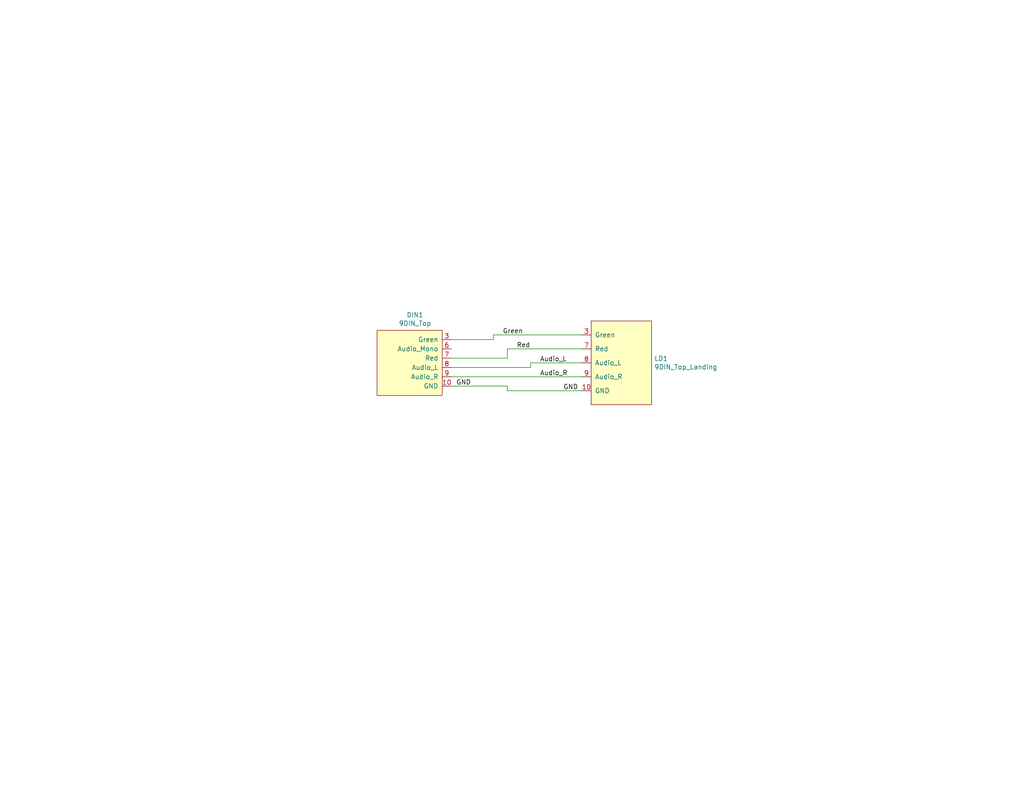
<source format=kicad_sch>
(kicad_sch (version 20211123) (generator eeschema)
  (paper "USLetter")
  (title_block (rev "1") (comment 1 "Designed for OSH Park 2 Layer Prototype"))
  (lib_symbols
    (symbol "9DIN2VGA:9DIN_Top" (pin_names (offset 1.016))
      (property "Reference" "DIN" (at 7.62 1.27 0))
      (property "Value" "9DIN_Top" (at 15.24 -7.62 90))
      (symbol "9DIN_Top_0_1"
        (rectangle (start 0 0) (end 17.78 -17.78) (fill (type background)))
      )
      (symbol "9DIN_Top_1_1"
        (pin passive line (at -2.54 -15.24 0) (length 2.54) (name "GND") (number "10"))
        (pin passive line (at -2.54 -2.54 0) (length 2.54) (name "Green") (number "3"))
        (pin passive line (at -2.54 -5.08 0) (length 2.54) (name "Audio_Mono") (number "6"))
        (pin passive line (at -2.54 -7.62 0) (length 2.54) (name "Red") (number "7"))
        (pin passive line (at -2.54 -10.16 0) (length 2.54) (name "Audio_L") (number "8"))
        (pin passive line (at -2.54 -12.7 0) (length 2.54) (name "Audio_R") (number "9"))
      )
    )
    (symbol "9DIN2VGA:9DIN_Top_Landing" (pin_names (offset 1.016))
      (property "Reference" "LD" (at 7.62 1.27 0))
      (property "Value" "9DIN_Top_Landing" (at 12.7 -11.43 90))
      (symbol "9DIN_Top_Landing_0_1"
        (rectangle (start 0 0) (end 16.51 -22.86) (fill (type background)))
      )
      (symbol "9DIN_Top_Landing_1_1"
        (pin passive line (at -2.54 -19.05 0) (length 2.54) (name "GND") (number "10"))
        (pin passive line (at -2.54 -3.81 0) (length 2.54) (name "Green") (number "3"))
        (pin passive line (at -2.54 -7.62 0) (length 2.54) (name "Red") (number "7"))
        (pin passive line (at -2.54 -11.43 0) (length 2.54) (name "Audio_L") (number "8"))
        (pin passive line (at -2.54 -15.24 0) (length 2.54) (name "Audio_R") (number "9"))
      )
    )
  )
  (wire (pts (xy 123.19 97.79) (xy 138.43 97.79)))
  (wire (pts (xy 144.78 100.33) (xy 144.78 99.06)))
  (wire (pts (xy 123.19 92.71) (xy 134.62 92.71)))
  (wire (pts (xy 123.19 105.41) (xy 138.43 105.41)))
  (wire (pts (xy 123.19 102.87) (xy 158.75 102.87)))
  (wire (pts (xy 138.43 97.79) (xy 138.43 95.25)))
  (wire (pts (xy 134.62 91.44) (xy 158.75 91.44)))
  (wire (pts (xy 123.19 100.33) (xy 144.78 100.33)))
  (wire (pts (xy 138.43 106.68) (xy 158.75 106.68)))
  (wire (pts (xy 144.78 99.06) (xy 158.75 99.06)))
  (wire (pts (xy 138.43 106.68) (xy 138.43 105.41)))
  (wire (pts (xy 138.43 95.25) (xy 158.75 95.25)))
  (wire (pts (xy 134.62 92.71) (xy 134.62 91.44)))
  (label "GND" (at 124.46 105.41 0))
  (label "GND" (at 153.67 106.68 0))
  (label "Red" (at 140.97 95.25 0))
  (label "Audio_L" (at 147.32 99.06 0))
  (label "Green" (at 137.16 91.44 0))
  (label "Audio_R" (at 147.32 102.87 0))
  (symbol (lib_id "9DIN2VGA:9DIN_Top") (at 120.65 90.17 0) (mirror y) (unit 1)
    (property "Reference" "DIN1" (at 113.2332 85.979 0))
    (property "Value" "9DIN_Top" (at 113.2332 88.2904 0))
    (property "Footprint" "9DIN2VGA:9DIN_Top_Pads" (effects hide))
  )
  (symbol (lib_id "9DIN2VGA:9DIN_Top_Landing") (at 161.29 87.63 0) (unit 1)
    (property "Reference" "LD1" (at 178.5112 97.8916 0) (effects (justify left)))
    (property "Value" "9DIN_Top_Landing" (at 178.5112 100.203 0) (effects (justify left)))
    (property "Footprint" "9DIN2VGA:9DIN_Top_Landing_Pads" (effects hide))
  )
)
</source>
